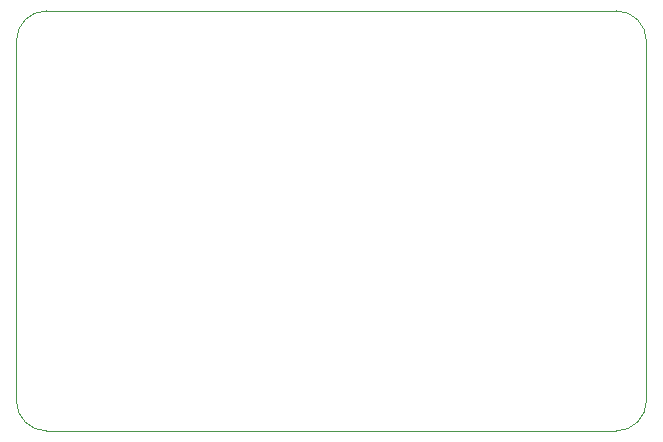
<source format=gm1>
G04 #@! TF.GenerationSoftware,KiCad,Pcbnew,(6.0.6)*
G04 #@! TF.CreationDate,2022-07-12T20:28:45+05:30*
G04 #@! TF.ProjectId,stm32_minimal_dev,73746d33-325f-46d6-996e-696d616c5f64,rev?*
G04 #@! TF.SameCoordinates,Original*
G04 #@! TF.FileFunction,Profile,NP*
%FSLAX46Y46*%
G04 Gerber Fmt 4.6, Leading zero omitted, Abs format (unit mm)*
G04 Created by KiCad (PCBNEW (6.0.6)) date 2022-07-12 20:28:45*
%MOMM*%
%LPD*%
G01*
G04 APERTURE LIST*
G04 #@! TA.AperFunction,Profile*
%ADD10C,0.100000*%
G04 #@! TD*
G04 APERTURE END LIST*
D10*
X175310800Y-71120000D02*
X127050800Y-71120000D01*
X177850800Y-73660000D02*
G75*
G03*
X175310800Y-71120000I-2540000J0D01*
G01*
X124510800Y-73660000D02*
X124510800Y-104165400D01*
X177850800Y-73660000D02*
X177850800Y-104140000D01*
X175310800Y-106680000D02*
G75*
G03*
X177850800Y-104140000I0J2540000D01*
G01*
X127050800Y-106680000D02*
X175310800Y-106680000D01*
X124510828Y-104165400D02*
G75*
G03*
X127050800Y-106680000I2539972J25500D01*
G01*
X127050800Y-71120000D02*
G75*
G03*
X124510800Y-73660000I0J-2540000D01*
G01*
M02*

</source>
